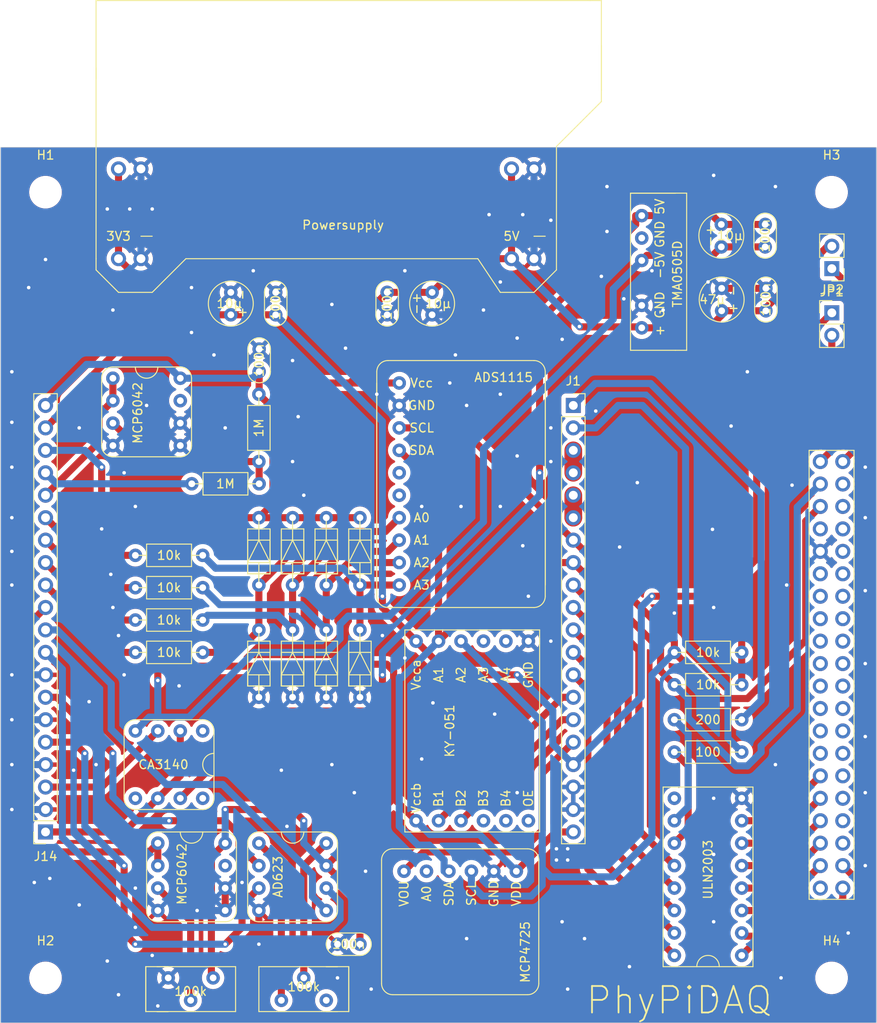
<source format=kicad_pcb>
(kicad_pcb (version 20241229) (generator "pcbnew") (generator_version "9.0")
  (layers (0 "F.Cu" signal) (2 "B.Cu" signal) (13 "F.Paste" user) (15 "B.Paste" user) (5 "F.SilkS" user "F.Silkscreen") (7 "B.SilkS" user "B.Silkscreen") (1 "F.Mask" user) (3 "B.Mask" user) (25 "Edge.Cuts" user))
  (net 0 "")
  (net 1 "Net-(U4-V+)")
  (net 2 "-5V")
  (net 3 "SCL_3.3")
  (net 4 "SDA_3.3")
  (net 5 "Net-(D1-K)")
  (net 6 "Net-(D3-K)")
  (net 7 "Net-(D5-K)")
  (net 8 "Net-(D7-K)")
  (net 9 "LED1")
  (net 10 "LED2")
  (net 11 "StromSpannungsSensor_IN_-")
  (net 12 "StromSpannungsSensor_IN_+")
  (net 13 "DOUT_2")
  (net 14 "DOUT_3")
  (net 15 "Net-(R1-Pad2)")
  (net 16 "Net-(R3-Pad2)")
  (net 17 "Net-(R3-Pad1)")
  (net 18 "Net-(RV1-Pad2)")
  (net 19 "DigitalAnalogWandler_out")
  (net 20 "DIN_IN_1")
  (net 21 "DIN_IN_2")
  (net 22 "SDA_5")
  (net 23 "SCL_5")
  (net 24 "Elektrometer_OUT")
  (net 25 "Elektrometer_IN_+")
  (net 26 "Pegelwandler_OUT")
  (net 27 "Pegelwandler_IN_+")
  (net 28 "Instrumentenverstaerker_IN_+")
  (net 29 "Instrumentenverstaerker_IN_-")
  (net 30 "Instrumentenverstaerker_OUT")
  (net 31 "Instrumentenverstaerker_Ref")
  (net 32 "Referenzspannung_OUT")
  (net 33 "A0")
  (net 34 "A1")
  (net 35 "A2")
  (net 36 "A3")
  (net 37 "DOUT_1")
  (net 38 "Net-(J26-Pin_2)")
  (net 39 "Net-(J26-Pin_1)")
  (net 63 "Net-(J26-Pin_29)")
  (net 65 "Net-(J26-Pin_31)")
  (net 67 "Net-(J26-Pin_33)")
  (net 69 "Net-(J26-Pin_35)")
  (net 71 "Net-(J26-Pin_37)")
  (net 72 "Net-(J26-Pin_38)")
  (net 74 "Net-(J26-Pin_40)")
  (net 75 "Net-(U11-O6)")
  (net 76 "Net-(U11-O7)")
  (net 77 "Net-(U3-Pad4)")
  (net 90 "GND")
  (net 91 "+5V")
  (net 92 "+3.3V")
  (footprint "Connector_PinSocket_2.54mm:PinSocket_1x20_P2.54mm_Vertical" (layer "F.Cu") (at 175.26 93.98)
    (property "Reference" "J1")
    (property "Value" "Conn_01x20_Socket")
  )
  (footprint "LibraryPhyPiDAQ:ADS1115" (layer "F.Cu") (at 159.385 88.9)
    (property "Reference" "U8" (hide yes))
    (property "Value" "ADS1115")
  )
  (footprint "MountingHole:MountingHole_3.2mm_M3" (layer "F.Cu") (at 115.57 158.75)
    (property "Reference" "H2")
    (property "Value" "MountingHole")
  )
  (footprint "LibraryPhyPiDAQ:powersupply" (layer "F.Cu") (at 163.195 81.185 180)
    (property "Reference" "U31" (hide yes))
    (property "Value" "Powersupply")
  )
  (footprint "LibraryPhyPiDAQ:kerko" (layer "F.Cu") (at 139.065 82.455 90)
    (property "Reference" "C7" (hide yes))
    (property "Value" "100n")
  )
  (footprint "MountingHole:MountingHole_3.2mm_M3" (layer "F.Cu") (at 204.47 69.85)
    (property "Reference" "H3")
    (property "Value" "MountingHole")
  )
  (footprint "LibraryPhyPiDAQ:Resistor" (layer "F.Cu") (at 194.31 121.92 180)
    (property "Reference" "R9" (hide yes))
    (property "Value" "10k")
  )
  (footprint "LibraryPhyPiDAQ:Resistor" (layer "F.Cu") (at 194.31 133.2 180)
    (property "Reference" "R10" (hide yes))
    (property "Value" "100")
  )
  (footprint "LibraryPhyPiDAQ:kerko" (layer "F.Cu") (at 149.86 157.48 180)
    (property "Reference" "C11" (hide yes))
    (property "Value" "100n")
  )
  (footprint "LibraryPhyPiDAQ:MCP6042" (layer "F.Cu") (at 132.08 140.97)
    (property "Reference" "U7" (hide yes))
    (property "Value" "MCP6042")
  )
  (footprint "MountingHole:MountingHole_3.2mm_M3" (layer "F.Cu") (at 204.47 158.75)
    (property "Reference" "H4")
    (property "Value" "MountingHole")
  )
  (footprint "LibraryPhyPiDAQ:Diode" (layer "F.Cu") (at 148.59 123.19 90)
    (property "Reference" "D8" (hide yes))
    (property "Value" "DIODE_small" (hide yes))
  )
  (footprint "LibraryPhyPiDAQ:Resistor" (layer "F.Cu") (at 139.73 102.845 180)
    (property "Reference" "R2" (hide yes))
    (property "Value" "1M")
  )
  (footprint "LibraryPhyPiDAQ:Diode" (layer "F.Cu") (at 137.16 123.19 90)
    (property "Reference" "D2" (hide yes))
    (property "Value" "DIODE_small" (hide yes))
  )
  (footprint "LibraryPhyPiDAQ:MCP6042" (layer "F.Cu") (at 127 88.36)
    (property "Reference" "U1" (hide yes))
    (property "Value" "MCP6042")
  )
  (footprint "LibraryPhyPiDAQ:Resistor" (layer "F.Cu") (at 133.35 110.94 180)
    (property "Reference" "R7" (hide yes))
    (property "Value" "10k")
  )
  (footprint "LibraryPhyPiDAQ:Resistor" (layer "F.Cu") (at 139.7 92.71 -90)
    (property "Reference" "R1" (hide yes))
    (property "Value" "1M")
  )
  (footprint "LibraryPhyPiDAQ:AD623" (layer "F.Cu") (at 142.24 140.97)
    (property "Reference" "U5" (hide yes))
    (property "Value" "AD623")
  )
  (footprint "LibraryPhyPiDAQ:Poti" (layer "F.Cu") (at 137.065 158.75 -90)
    (property "Reference" "RV1" (hide yes))
    (property "Value" "100k")
  )
  (footprint "LibraryPhyPiDAQ:Diode" (layer "F.Cu") (at 144.78 123.19 90)
    (property "Reference" "D6" (hide yes))
    (property "Value" "DIODE_small" (hide yes))
  )
  (footprint "LibraryPhyPiDAQ:Resistor" (layer "F.Cu") (at 194.31 129.54 180)
    (property "Reference" "R11" (hide yes))
    (property "Value" "200")
  )
  (footprint "LibraryPhyPiDAQ:Resistor" (layer "F.Cu") (at 194.31 125.58 180)
    (property "Reference" "R8" (hide yes))
    (property "Value" "10k")
  )
  (footprint "Connector_PinHeader_2.54mm:PinHeader_1x02_P2.54mm_Vertical" (layer "F.Cu") (at 204.5 83.5)
    (property "Reference" "JP1")
    (property "Value" "+3.3V")
  )
  (footprint "LibraryPhyPiDAQ:TMA0505D" (layer "F.Cu") (at 180.46 80.12 90)
    (property "Reference" "U3" (hide yes))
    (property "Value" "TMA0505D")
  )
  (footprint "LibraryPhyPiDAQ:Diode" (layer "F.Cu") (at 140.97 123.19 90)
    (property "Reference" "D4" (hide yes))
    (property "Value" "DIODE_small" (hide yes))
  )
  (footprint "LibraryPhyPiDAQ:ULN2003" (layer "F.Cu") (at 189.23 160.02 180)
    (property "Reference" "U11" (hide yes))
    (property "Value" "ULN2003")
  )
  (footprint "LibraryPhyPiDAQ:kerko" (layer "F.Cu") (at 137.19 88.875 90)
    (property "Reference" "C2" (hide yes))
    (property "Value" "100n")
  )
  (footprint "LibraryPhyPiDAQ:40pin" (layer "F.Cu") (at 205.74 97.79)
    (property "Reference" "J26" (hide yes))
    (property "Value" "Conn_02x20_Odd_Even" (hide yes))
  )
  (footprint "LibraryPhyPiDAQ:elko" (layer "F.Cu") (at 133.985 82.455 90)
    (property "Reference" "C5" (hide yes))
    (property "Value" "10µ")
  )
  (footprint "LibraryPhyPiDAQ:kerko" (layer "F.Cu") (at 199.5 74.77 -90)
    (property "Reference" "C9" (hide yes))
    (property "Value" "100n")
  )
  (footprint "Connector_PinSocket_2.54mm:PinSocket_1x20_P2.54mm_Vertical" (layer "F.Cu") (at 115.57 142.24 180)
    (property "Reference" "J14")
    (property "Value" "Conn_01x20_Socket")
  )
  (footprint "LibraryPhyPiDAQ:Diode" (layer "F.Cu") (at 148.59 110.49 90)
    (property "Reference" "D7" (hide yes))
    (property "Value" "DIODE_small" (hide yes))
  )
  (footprint "LibraryPhyPiDAQ:KY-051" (layer "F.Cu") (at 160.02 135.89 90)
    (property "Reference" "U10" (hide yes))
    (property "Value" "KY-051")
  )
  (footprint "LibraryPhyPiDAQ:Resistor" (layer "F.Cu") (at 133.35 118.26 180)
    (property "Reference" "R5" (hide yes))
    (property "Value" "10k")
  )
  (footprint "LibraryPhyPiDAQ:elko" (layer "F.Cu") (at 194.54 74.77 -90)
    (property "Reference" "C10" (hide yes))
    (property "Value" "10µ")
  )
  (footprint "LibraryPhyPiDAQ:Resistor" (layer "F.Cu") (at 133.35 121.92 180)
    (property "Reference" "R4" (hide yes))
    (property "Value" "10k")
  )
  (footprint "Connector_PinHeader_2.54mm:PinHeader_1x02_P2.54mm_Vertical" (layer "F.Cu") (at 204.5 78.5 180)
    (property "Reference" "JP2")
    (property "Value" "+5V")
  )
  (footprint "LibraryPhyPiDAQ:MCP4725" (layer "F.Cu") (at 171.355 150.495 -90)
    (property "Reference" "U9" (hide yes))
    (property "Value" "MCP4725")
  )
  (footprint "LibraryPhyPiDAQ:Resistor" (layer "F.Cu") (at 133.35 114.6 180)
    (property "Reference" "R6" (hide yes))
    (property "Value" "10k")
  )
  (footprint "MountingHole:MountingHole_3.2mm_M3" (layer "F.Cu") (at 115.57 69.85)
    (property "Reference" "H1")
    (property "Value" "MountingHole")
  )
  (footprint "LibraryPhyPiDAQ:kerko" (layer "F.Cu") (at 194.5 82 90)
    (property "Reference" "C1" (hide yes))
    (property "Value" "100n")
  )
  (footprint "LibraryPhyPiDAQ:elko" (layer "F.Cu") (at 161.83 82.455 -90)
    (property "Reference" "C6" (hide yes))
    (property "Value" "10µ")
  )
  (footprint "LibraryPhyPiDAQ:Diode" (layer "F.Cu") (at 140.97 110.49 90)
    (property "Reference" "D3" (hide yes))
    (property "Value" "DIODE_small" (hide yes))
  )
  (footprint "LibraryPhyPiDAQ:Poti" (layer "F.Cu") (at 139.7 161.29 90)
    (property "Reference" "R3" (hide yes))
    (property "Value" "100k")
  )
  (footprint "LibraryPhyPiDAQ:elko" (layer "F.Cu") (at 189.5 82 90)
    (property "Reference" "C3" (hide yes))
    (property "Value" "47µ")
  )
  (footprint "LibraryPhyPiDAQ:Diode" (layer "F.Cu") (at 144.78 110.49 90)
    (property "Reference" "D5" (hide yes))
    (property "Value" "DIODE_small" (hide yes))
  )
  (footprint "LibraryPhyPiDAQ:Diode" (layer "F.Cu") (at 137.16 110.49 90)
    (property "Reference" "D1" (hide yes))
    (property "Value" "DIODE_small" (hide yes))
  )
  (footprint "LibraryPhyPiDAQ:CA3140" (layer "F.Cu") (at 135.89 134.62 -90)
    (property "Reference" "U4" (hide yes))
    (property "Value" "CA3140")
  )
  (footprint "LibraryPhyPiDAQ:kerko" (layer "F.Cu") (at 156.75 82.455 -90)
    (property "Reference" "C8" (hide yes))
    (property "Value" "100n")
  )
  (gr_line (start 209.55 64.77) (end 209.55 163.83) (stroke (width 0.05)) (layer "Edge.Cuts"))
  (gr_line (start 209.55 163.83) (end 110.49 163.83) (stroke (width 0.05)) (layer "Edge.Cuts"))
  (gr_line (start 110.49 163.83) (end 110.49 64.77) (stroke (width 0.05)) (layer "Edge.Cuts"))
  (gr_line (start 110.49 64.77) (end 209.55 64.77) (stroke (width 0.05)) (layer "Edge.Cuts"))
  (gr_text "PhyPiDAQ" (at 176.53 161.29 0) (layer "F.SilkS") (effects (font (size 3 3) (thickness 0.2) (bold yes)) (justify left)))
  (segment (start 152.108 128.562) (end 140.678 128.562) (width 0.8) (layer "F.Cu") (net 1))
  (segment (start 140.678 128.562) (end 130.81 138.43) (width 0.8) (layer "F.Cu") (net 1))
  (segment (start 171.45 84.379584) (end 182.314 73.515584) (width 0.8) (layer "F.Cu") (net 1))
  (segment (start 153.67 127) (end 152.108 128.562) (width 0.8) (layer "F.Cu") (net 1))
  (segment (start 182.314 73.515584) (end 182.314 72.5) (width 0.8) (layer "F.Cu") (net 1))
  (segment (start 171.45 101.6) (end 171.45 84.379584) (width 0.8) (layer "F.Cu") (net 1))
  (segment (start 191 72.5) (end 192 73.5) (width 0.8) (layer "F.Cu") (net 1))
  (segment (start 153.67 124.46) (end 153.67 127) (width 0.8) (layer "F.Cu") (net 1))
  (segment (start 192 73.5) (end 196.96 73.5) (width 0.8) (layer "F.Cu") (net 1))
  (segment (start 183 72.5) (end 191 72.5) (width 0.8) (layer "F.Cu") (net 1))
  (via (at 153.67 124.46) (size 0.8) (drill 0.4) (layers "F.Cu" "B.Cu") (net 1))
  (via (at 171.45 101.6) (size 0.8) (drill 0.4) (layers "F.Cu" "B.Cu") (net 1))
  (segment (start 153.67 124.46) (end 153.67 121.92) (width 0.8) (layer "B.Cu") (net 1))
  (segment (start 171.45 104.14) (end 171.45 101.6) (width 0.8) (layer "B.Cu") (net 1))
  (segment (start 153.67 121.92) (end 171.45 104.14) (width 0.8) (layer "B.Cu") (net 1))
  (segment (start 183 77.58) (end 183.58 77) (width 0.8) (layer "F.Cu") (net 2))
  (segment (start 128.27 111.125) (end 128.27 125.095) (width 0.8) (layer "F.Cu") (net 2))
  (segment (start 121.92 104.775) (end 128.27 111.125) (width 0.8) (layer "F.Cu") (net 2))
  (segment (start 192 76.04) (end 196.96 76.04) (width 0.8) (layer "F.Cu") (net 2))
  (segment (start 191.04 77) (end 192 76.04) (width 0.8) (layer "F.Cu") (net 2))
  (segment (start 183.58 77) (end 191.04 77) (width 0.8) (layer "F.Cu") (net 2))
  (segment (start 121.92 100.965) (end 121.92 104.775) (width 0.8) (layer "F.Cu") (net 2))
  (via (at 121.92 100.965) (size 0.8) (drill 0.4) (layers "F.Cu" "B.Cu") (net 2))
  (via (at 128.27 125.095) (size 0.8) (drill 0.4) (layers "F.Cu" "B.Cu") (net 2))
  (segment (start 127.292 129.248) (end 128.27 129.248) (width 0.8) (layer "B.Cu") (net 2))
  (segment (start 148.882 118.739774) (end 149.803774 117.818) (width 0.8) (layer "B.Cu") (net 2))
  (segment (start 179.774 84.226) (end 179.774 80.806) (width 0.8) (layer "B.Cu") (net 2))
  (segment (start 148.882 120.358) (end 148.882 118.739774) (width 0.8) (layer "B.Cu") (net 2))
  (segment (start 125.73 130.81) (end 127.292 129.248) (width 0.8) (layer "B.Cu") (net 2))
  (segment (start 149.803774 117.818) (end 154.428113 117.818) (width 0.8) (layer "B.Cu") (net 2))
  (segment (start 131.788 129.248) (end 139.116 121.92) (width 0.8) (layer "B.Cu") (net 2))
  (segment (start 165.1 107.146113) (end 165.1 98.9) (width 0.8) (layer "B.Cu") (net 2))
  (segment (start 179.774 80.806) (end 183 77.58) (width 0.8) (layer "B.Cu") (net 2))
  (segment (start 147.32 121.92) (end 148.882 120.358) (width 0.8) (layer "B.Cu") (net 2))
  (segment (start 165.1 98.9) (end 179.774 84.226) (width 0.8) (layer "B.Cu") (net 2))
  (segment (start 120.015 99.06) (end 121.92 100.965) (width 0.8) (layer "B.Cu") (net 2))
  (segment (start 154.428113 117.818) (end 165.1 107.146113) (width 0.8) (layer "B.Cu") (net 2))
  (segment (start 128.27 129.248) (end 131.788 129.248) (width 0.8) (layer "B.Cu") (net 2))
  (segment (start 115.57 99.06) (end 120.015 99.06) (width 0.8) (layer "B.Cu") (net 2))
  (segment (start 128.27 125.095) (end 128.27 129.248) (width 0.8) (layer "B.Cu") (net 2))
  (segment (start 139.116 121.92) (end 147.32 121.92) (width 0.8) (layer "B.Cu") (net 2))
  (segment (start 201.549 107.061) (end 203.2 105.41) (width 0.8) (layer "F.Cu") (net 3))
  (segment (start 186.69 120.65) (end 186.69 121.92) (width 0.8) (layer "F.Cu") (net 3))
  (segment (start 186.69 121.92) (end 191.913 127.143) (width 0.8) (layer "F.Cu") (net 3))
  (segment (start 194.957416 127.143) (end 201.549 120.551416) (width 0.8) (layer "F.Cu") (net 3))
  (segment (start 155.575 96.52) (end 162.56 96.52) (width 0.8) (layer "F.Cu") (net 3))
  (segment (start 201.549 120.551416) (end 201.549 107.061) (width 0.8) (layer "F.Cu") (net 3))
  (segment (start 191.913 127.143) (end 194.957416 127.143) (width 0.8) (layer "F.Cu") (net 3))
  (segment (start 162.56 96.52) (end 175.26 109.22) (width 0.8) (layer "F.Cu") (net 3))
  (segment (start 175.26 109.22) (end 186.69 120.65) (width 0.8) (layer "F.Cu") (net 3))
  (segment (start 172.72 147.32) (end 179.705 147.32) (width 0.8) (layer "B.Cu") (net 3))
  (segment (start 170.5 149.5) (end 165 149.5) (width 0.8) (layer "B.Cu") (net 3))
  (segment (start 171.742 148.258) (end 170.5 149.5) (width 0.8) (layer "B.Cu") (net 3))
  (segment (start 179.705 147.32) (end 184.15 142.875) (width 0.8) (layer "B.Cu") (net 3))
  (segment (start 163.735 148.235) (end 163.735 146.685) (width 0.8) (layer "B.Cu") (net 3))
  (segment (start 171.742 129.832) (end 171.742 148.258) (width 0.8) (layer "B.Cu") (net 3))
  (segment (start 184.15 142.875) (end 184.15 124.46) (width 0.8) (layer "B.Cu") (net 3))
  (segment (start 162.56 120.65) (end 171.742 129.832) (width 0.8) (layer "B.Cu") (net 3))
  (segment (start 171.742 146.342) (end 172.72 147.32) (width 0.8) (layer "B.Cu") (net 3))
  (segment (start 184.15 124.46) (end 186.69 121.92) (width 0.8) (layer "B.Cu") (net 3))
  (segment (start 165 149.5) (end 163.735 148.235) (width 0.8) (layer "B.Cu") (net 3))
  (segment (start 171.742 129.832) (end 171.742 146.342) (width 0.8) (layer "B.Cu") (net 3))
  (segment (start 185.128 124.018) (end 186.69 125.58) (width 0.8) (layer "F.Cu") (net 4))
  (segment (start 155.575 99.06) (end 160.02 103.505) (width 0.8) (layer "F.Cu") (net 4))
  (segment (start 168.91 111.76) (end 175.26 111.76) (width 0.8) (layer "F.Cu") (net 4))
  (segment (start 160.02 120.65) (end 168.91 111.76) (width 0.8) (layer "F.Cu") (net 4))
  (segment (start 175.26 111.76) (end 185.128 121.628) (width 0.8) (layer "F.Cu") (net 4))
  (segment (start 185.128 121.628) (end 185.128 124.018) (width 0.8) (layer "F.Cu") (net 4))
  (segment (start 160.02 103.505) (end 160.02 120.65) (width 0.8) (layer "F.Cu") (net 4))
  (segment (start 160.992774 146.685) (end 161.195 146.685) (width 0.8) (layer "B.Cu") (net 4))
  (segment (start 188.253 127.143) (end 186.69 125.58) (width 0.8) (layer "B.Cu") (net 4))
  (segment (start 160.649774 145.409774) (end 160.649774 146.685) (width 0.8) (layer "B.Cu") (net 4))
  (segment (start 196.5 133.220416) (end 194.957416 134.763) (width 0.8) (layer "B.Cu") (net 4))
  (segment (start 158.972 143.732) (end 160.649774 145.409774) (width 0.8) (layer "B.Cu") (net 4))
  (segment (start 200.591 105.479) (end 200.591 128.409) (width 0.8) (layer "B.Cu") (net 4))
  (segment (start 188.253 129.353416) (end 188.253 127.143) (width 0.8) (layer "B.Cu") (net 4))
  (segment (start 160.02 120.65) (end 155.918 124.752) (width 0.8) (layer "B.Cu") (net 4))
  (segment (start 155.575 124.752) (end 155.575 141.605) (width 0.8) (layer "B.Cu") (net 4))
  (segment (start 155.575 141.605) (end 157.702 143.732) (width 0.8) (layer "B.Cu") (net 4))
  (segment (start 157.702 143.732) (end 158.972 143.732) (width 0.8) (layer "B.Cu") (net 4))
  (segment (start 203.2 102.87) (end 200.591 105.479) (width 0.8) (layer "B.Cu") (net 4))
  (segment (start 194.957416 134.763) (end 193.662584 134.763) (width 0.8) (layer "B.Cu") (net 4))
  (segment (start 193.662584 134.763) (end 188.253 129.353416) (width 0.8) (layer "B.Cu") (net 4))
  (segment (start 200.591 128.409) (end 196.5 132.5) (width 0.8) (layer "B.Cu") (net 4))
  (segment (start 196.5 132.5) (end 196.5 133.220416) (width 0.8) (layer "B.Cu") (net 4))
  (segment (start 145.758 108.242) (end 139.7 114.3) (width 0.8) (layer "F.Cu") (net 5))
  (segment (start 154.013 108.242) (end 145.758 108.242) (width 0.8) (layer "F.Cu") (net 5))
  (segment (start 133.35 121.92) (end 137.16 121.92) (width 0.8) (layer "F.Cu") (net 5))
  (segment (start 137.16 121.92) (end 139.7 119.38) (width 0.8) (layer "F.Cu") (net 5))
  (segment (start 155.575 106.68) (end 154.013 108.242) (width 0.8) (layer "F.Cu") (net 5))
  (segment (start 139.7 114.3) (end 139.7 119.38) (width 0.8) (layer "F.Cu") (net 5))
  (segment (start 154.305 110.49) (end 147.32 110.49) (width 0.8) (layer "F.Cu") (net 6))
  (segment (start 143.51 114.3) (end 143.51 119.38) (width 0.8) (layer "F.Cu") (net 6))
  (segment (start 147.32 110.49) (end 143.51 114.3) (width 0.8) (layer "F.Cu") (net 6))
  (segment (start 155.575 109.22) (end 154.305 110.49) (width 0.8) (layer "F.Cu") (net 6))
  (segment (start 133.35 118.26) (end 133.885428 117.724572) (width 0.8) (layer "B.Cu") (net 6))
  (segment (start 133.885428 117.724572) (end 141.854572 117.724572) (width 0.8) (layer "B.Cu") (net 6))
  (segment (start 141.854572 117.724572) (end 143.51 119.38) (width 0.8) (layer "B.Cu") (net 6))
  (segment (start 155.575 111.76) (end 149.86 111.76) (width 0.8) (layer "F.Cu") (net 7))
  (segment (start 149.86 111.76) (end 147.32 114.3) (width 0.8) (layer "F.Cu") (net 7))
  (segment (start 147.32 114.3) (end 147.32 119.38) (width 0.8) (layer "F.Cu") (net 7))
  (segment (start 135.274572 116.524572) (end 144.464572 116.524572) (width 0.8) (layer "B.Cu") (net 7))
  (segment (start 144.464572 116.524572) (end 147.32 119.38) (width 0.8) (layer "B.Cu") (net 7))
  (segment (start 133.35 114.6) (end 135.274572 116.524572) (width 0.8) (layer "B.Cu") (net 7))
  (segment (start 151.13 114.3) (end 151.13 119.38) (width 0.8) (layer "F.Cu") (net 8))
  (segment (start 151.13 114.3) (end 155.575 114.3) (width 0.8) (layer "F.Cu") (net 8))
  (segment (start 149.225 112.395) (end 151.13 114.3) (width 0.8) (layer "B.Cu") (net 8))
  (segment (start 133.35 110.94) (end 134.805 112.395) (width 0.8) (layer "B.Cu") (net 8))
  (segment (start 134.805 112.395) (end 149.225 112.395) (width 0.8) (layer "B.Cu") (net 8))
  (segment (start 177.74 91.5) (end 184 91.5) (width 0.8) (layer "B.Cu") (net 9))
  (segment (start 196.5 127.35) (end 194.31 129.54) (width 0.8) (layer "B.Cu") (net 9))
  (segment (start 175.26 93.98) (end 177.74 91.5) (width 0.8) (layer "B.Cu") (net 9))
  (segment (start 184 91.5) (end 196.5 104) (width 0.8) (layer "B.Cu") (net 9))
  (segment (start 196.5 104) (end 196.5 127.35) (width 0.8) (layer "B.Cu") (net 9))
  (segment (start 180.34 93.98) (end 183.082226 93.98) (width 0.8) (layer "B.Cu") (net 10))
  (segment (start 183.082226 93.98) (end 187.96 98.857774) (width 0.8) (layer "B.Cu") (net 10))
  (segment (start 192.748 131.638) (end 194.31 133.2) (width 0.8) (layer "B.Cu") (net 10))
  (segment (start 187.96 98.857774) (end 187.96 120.987774) (width 0.8) (layer "B.Cu") (net 10))
  (segment (start 192.748 125.775774) (end 192.748 131.638) (width 0.8) (layer "B.Cu") (net 10))
  (segment (start 187.96 120.987774) (end 192.748 125.775774) (width 0.8) (layer "B.Cu") (net 10))
  (segment (start 175.26 96.52) (end 177.8 96.52) (width 0.8) (layer "B.Cu") (net 10))
  (segment (start 177.8 96.52) (end 180.34 93.98) (width 0.8) (layer "B.Cu") (net 10))
  (segment (start 175.26 101.6) (end 175.26 99.06) (width 2) (layer "F.Cu") (net 11))
  (segment (start 175.26 106.674416) (end 175.262792 106.677208) (width 2) (layer "F.Cu") (net 12))
  (segment (start 175.26 104.14) (end 175.26 106.674416) (width 2) (layer "F.Cu") (net 12))
  (segment (start 186.69 148.59) (end 181.47 143.37) (width 0.8) (layer "F.Cu") (net 13))
  (segment (start 181.47 143.37) (end 181.47 123.05) (width 0.8) (layer "F.Cu") (net 13))
  (segment (start 181.47 123.05) (end 175.26 116.84) (width 0.8) (layer "F.Cu") (net 13))
  (segment (start 186.69 151.13) (end 180.27 144.71) (width 0.8) (layer "F.Cu") (net 14))
  (segment (start 180.27 144.71) (end 180.27 124.39) (width 0.8) (layer "F.Cu") (net 14))
  (segment (start 180.27 124.39) (end 175.26 119.38) (width 0.8) (layer "F.Cu") (net 14))
  (segment (start 127.54 100.33) (end 139.7 100.33) (width 0.8) (layer "F.Cu") (net 15))
  (segment (start 139.73 102.845) (end 139.73 100.36) (width 0.8) (layer "F.Cu") (net 15))
  (segment (start 123.19 95.98) (end 127.54 100.33) (width 0.8) (layer "F.Cu") (net 15))
  (segment (start 139.73 100.36) (end 139.7 100.33) (width 0.8) (layer "F.Cu") (net 15))
  (segment (start 144.78 158.75) (end 144.78 146.05) (width 0.8) (layer "F.Cu") (net 16))
  (segment (start 144.78 146.05) (end 147.32 143.51) (width 0.8) (layer "F.Cu") (net 16))
  (segment (start 142.24 161.29) (end 142.24 146.05) (width 0.8) (layer "F.Cu") (net 17))
  (segment (start 142.24 146.05) (end 139.7 143.51) (width 0.8) (layer "F.Cu") (net 17))
  (segment (start 131.985 152.305) (end 128.27 148.59) (width 0.8) (layer "F.Cu") (net 18))
  (segment (start 131.985 161.29) (end 131.985 152.305) (width 0.8) (layer "F.Cu") (net 18))
  (segment (start 171.742 135.598) (end 175.26 132.08) (width 0.8) (layer "F.Cu") (net 19))
  (segment (start 158.3 144.5) (end 169.302944 144.5) (width 0.8) (layer "F.Cu") (net 19))
  (segment (start 156.115 146.685) (end 158.3 144.5) (width 0.8) (layer "F.Cu") (net 19))
  (segment (start 169.302944 144.5) (end 171.742 142.060944) (width 0.8) (layer "F.Cu") (net 19))
  (segment (start 171.742 142.060944) (end 171.742 135.598) (width 0.8) (layer "F.Cu") (net 19))
  (segment (start 179.07 125.73) (end 179.07 146.05) (width 0.8) (layer "F.Cu") (net 20))
  (segment (start 175.26 121.92) (end 179.07 125.73) (width 0.8) (layer "F.Cu") (net 20))
  (segment (start 179.07 146.05) (end 186.69 153.67) (width 0.8) (layer "F.Cu") (net 20))
  (segment (start 176.91 146.43) (end 176.91 126.11) (width 0.8) (layer "F.Cu") (net 21))
  (segment (start 186.69 156.21) (end 176.91 146.43) (width 0.8) (layer "F.Cu") (net 21))
  (segment (start 176.91 126.11) (end 175.26 124.46) (width 0.8) (layer "F.Cu") (net 21))
  (segment (start 160.02 140.97) (end 173.99 127) (width 0.8) (layer "F.Cu") (net 22))
  (segment (start 173.99 127) (end 175.26 127) (width 0.8) (layer "F.Cu") (net 22))
  (segment (start 162.56 140.97) (end 173.99 129.54) (width 0.8) (layer "F.Cu") (net 23))
  (segment (start 173.99 129.54) (end 175.26 129.54) (width 0.8) (layer "F.Cu") (net 23))
  (segment (start 130.81 130.81) (end 130.81 135.89) (width 0.8) (layer "F.Cu") (net 24))
  (segment (start 124.46 142.24) (end 128.27 138.43) (width 0.8) (layer "F.Cu") (net 24))
  (segment (start 130.81 135.89) (end 128.27 138.43) (width 0.8) (layer "F.Cu") (net 24))
  (segment (start 115.57 142.24) (end 124.46 142.24) (width 0.8) (layer "F.Cu") (net 24))
  (segment (start 121.92 137.16) (end 128.27 130.81) (width 0.8) (layer "F.Cu") (net 25))
  (segment (start 115.57 137.16) (end 121.92 137.16) (width 0.8) (layer "F.Cu") (net 25))
  (segment (start 123.19 93.44) (end 121.628 95.002) (width 0.8) (layer "F.Cu") (net 26))
  (segment (start 123.19 93.44) (end 123.19 90.9) (width 0.8) (layer "F.Cu") (net 26))
  (segment (start 121.628 95.002) (end 121.628 98.082) (width 0.8) (layer "F.Cu") (net 26))
  (segment (start 121.628 98.082) (end 115.57 104.14) (width 0.8) (layer "F.Cu") (net 26))
  (segment (start 116.815 102.845) (end 115.57 101.6) (width 0.8) (layer "B.Cu") (net 27))
  (segment (start 132.11 102.845) (end 116.815 102.845) (width 0.8) (layer "B.Cu") (net 27))
  (segment (start 135.89 154.94) (end 137.795 153.035) (width 0.8) (layer "F.Cu") (net 28))
  (segment (start 118.745 132.08) (end 115.57 132.08) (width 0.8) (layer "F.Cu") (net 28))
  (segment (start 124.46 153.67) (end 125.73 154.94) (width 0.8) (layer "F.Cu") (net 28))
  (segment (start 120.015 133.35) (end 118.745 132.08) (width 0.8) (layer "F.Cu") (net 28))
  (segment (start 137.795 153.035) (end 137.795 150.495) (width 0.8) (layer "F.Cu") (net 28))
  (segment (start 124.46 146.05) (end 124.46 153.67) (width 0.8) (layer "F.Cu") (net 28))
  (segment (start 137.795 150.495) (end 139.7 148.59) (width 0.8) (layer "F.Cu") (net 28))
  (via (at 120.015 133.35) (size 0.8) (drill 0.4) (layers "F.Cu" "B.Cu") (net 28))
  (via (at 124.46 146.05) (size 0.8) (drill 0.4) (layers "F.Cu" "B.Cu") (net 28))
  (via (at 135.89 154.94) (size 0.8) (drill 0.4) (layers "F.Cu" "B.Cu") (net 28))
  (via (at 125.73 154.94) (size 0.8) (drill 0.4) (layers "F.Cu" "B.Cu") (net 28))
  (segment (start 120.015 141.605) (end 124.46 146.05) (width 0.8) (layer "B.Cu") (net 28))
  (segment (start 120.015 133.35) (end 120.015 141.605) (width 0.8) (layer "B.Cu") (net 28))
  (segment (start 125.73 154.94) (end 135.89 154.94) (width 0.8) (layer "B.Cu") (net 28))
  (segment (start 135.89 140.97) (end 129.54 140.97) (width 0.8) (layer "F.Cu") (net 29))
  (segment (start 137.452 143.802) (end 137.452 142.532) (width 0.8) (layer "F.Cu") (net 29))
  (segment (start 116.84 127) (end 115.57 127) (width 0.8) (layer "F.Cu") (net 29))
  (segment (start 137.452 142.532) (end 135.89 140.97) (width 0.8) (layer "F.Cu") (net 29))
  (segment (start 139.7 146.05) (end 137.452 143.802) (width 0.8) (layer "F.Cu") (net 29))
  (segment (start 123.19 133.35) (end 116.84 127) (width 0.8) (layer "F.Cu") (net 29))
  (via (at 123.19 133.35) (size 0.8) (drill 0.4) (layers "F.Cu" "B.Cu") (net 29))
  (via (at 129.54 140.97) (size 0.8) (drill 0.4) (layers "F.Cu" "B.Cu") (net 29))
  (segment (start 123.19 138.261113) (end 123.19 133.35) (width 0.8) (layer "B.Cu") (net 29))
  (segment (start 125.898887 140.97) (end 123.19 138.261113) (width 0.8) (layer "B.Cu") (net 29))
  (segment (start 129.54 140.97) (end 125.898887 140.97) (width 0.8) (layer "B.Cu") (net 29))
  (segment (start 148.882 150.152) (end 147.32 148.59) (width 0.8) (layer "B.Cu") (net 30))
  (segment (start 127.635 153.035) (end 147.955 153.035) (width 0.8) (layer "B.Cu") (net 30))
  (segment (start 147.955 153.035) (end 148.882 152.108) (width 0.8) (layer "B.Cu") (net 30))
  (segment (start 148.882 152.108) (end 148.882 150.152) (width 0.8) (layer "B.Cu") (net 30))
  (segment (start 115.57 121.92) (end 117.475 123.825) (width 0.8) (layer "B.Cu") (net 30))
  (segment (start 117.475 142.875) (end 127.635 153.035) (width 0.8) (layer "B.Cu") (net 30))
  (segment (start 117.475 123.825) (end 117.475 142.875) (width 0.8) (layer "B.Cu") (net 30))
  (segment (start 145.758 147.028) (end 145.758 149.568) (width 0.8) (layer "B.Cu") (net 31))
  (segment (start 115.57 119.38) (end 116.88 119.38) (width 0.8) (layer "B.Cu") (net 31))
  (segment (start 135.598 136.868) (end 145.758 147.028) (width 0.8) (layer "B.Cu") (net 31))
  (segment (start 129.248 136.868) (end 135.598 136.868) (width 0.8) (layer "B.Cu") (net 31))
  (segment (start 123 130.62) (end 123 125.5) (width 0.8) (layer "B.Cu") (net 31))
  (segment (start 123 130.62) (end 129.248 136.868) (width 0.8) (layer "B.Cu") (net 31))
  (segment (start 116.88 119.38) (end 123 125.5) (width 0.8) (layer "B.Cu") (net 31))
  (segment (start 145.758 149.568) (end 147.32 151.13) (width 0.8) (layer "B.Cu") (net 31))
  (segment (start 128.27 146.05) (end 128.27 143.51) (width 0.8) (layer "F.Cu") (net 32))
  (segment (start 113 119.41) (end 115.57 116.84) (width 0.8) (layer "F.Cu") (net 32))
  (segment (start 114 144.5) (end 113 143.5) (width 0.8) (layer "F.Cu") (net 32))
  (segment (start 113 143.5) (end 113 119.41) (width 0.8) (layer "F.Cu") (net 32))
  (segment (start 128.27 143.51) (end 127.28 144.5) (width 0.8) (layer "F.Cu") (net 32))
  (segment (start 127.28 144.5) (end 114 144.5) (width 0.8) (layer "F.Cu") (net 32))
  (segment (start 125.73 121.92) (end 123.19 121.92) (width 0.8) (layer "F.Cu") (net 33))
  (segment (start 123.19 121.92) (end 115.57 114.3) (width 0.8) (layer "F.Cu") (net 33))
  (segment (start 122.07 118.26) (end 115.57 111.76) (width 0.8) (layer "F.Cu") (net 34))
  (segment (start 125.73 118.26) (end 122.07 118.26) (width 0.8) (layer "F.Cu") (net 34))
  (segment (start 120.95 114.6) (end 115.57 109.22) (width 0.8) (layer "F.Cu") (net 35))
  (segment (start 125.73 114.6) (end 120.95 114.6) (width 0.8) (layer "F.Cu") (net 35))
  (segment (start 119.83 110.94) (end 115.57 106.68) (width 0.8) (layer "F.Cu") (net 36))
  (segment (start 125.73 110.94) (end 119.83 110.94) (width 0.8) (layer "F.Cu") (net 36))
  (segment (start 182.67 142.03) (end 182.67 121.71) (width 0.8) (layer "F.Cu") (net 37))
  (segment (start 186.69 146.05) (end 182.67 142.03) (width 0.8) (layer "F.Cu") (net 37))
  (segment (start 182.67 121.71) (end 175.26 114.3) (width 0.8) (layer "F.Cu") (net 37))
  (segment (start 205.74 100.33) (end 207.5 98.57) (width 0.8) (layer "F.Cu") (net 38))
  (segment (start 207.5 98.57) (end 207.5 81.5) (width 0.8) (layer "F.Cu") (net 38))
  (segment (start 207.5 81.5) (end 204.5 78.5) (width 0.8) (layer "F.Cu") (net 38))
  (segment (start 204.5 99.03) (end 204.5 86.04) (width 0.8) (layer "F.Cu") (net 39))
  (segment (start 203.2 100.33) (end 204.5 99.03) (width 0.8) (layer "F.Cu") (net 39))
  (segment (start 194.31 140.97) (end 198.12 140.97) (width 0.8) (layer "F.Cu") (net 63))
  (segment (start 198.12 140.97) (end 203.2 135.89) (width 0.8) (layer "F.Cu") (net 63))
  (segment (start 198.12 143.51) (end 203.2 138.43) (width 0.8) (layer "F.Cu") (net 65))
  (segment (start 194.31 143.51) (end 198.12 143.51) (width 0.8) (layer "F.Cu") (net 65))
  (segment (start 198.12 146.05) (end 203.2 140.97) (width 0.8) (layer "F.Cu") (net 67))
  (segment (start 194.31 146.05) (end 198.12 146.05) (width 0.8) (layer "F.Cu") (net 67))
  (segment (start 198.12 148.59) (end 203.2 143.51) (width 0.8) (layer "F.Cu") (net 69))
  (segment (start 194.31 148.59) (end 198.12 148.59) (width 0.8) (layer "F.Cu") (net 69))
  (segment (start 198.12 151.13) (end 203.2 146.05) (width 0.8) (layer "F.Cu") (net 71))
  (segment (start 194.31 151.13) (end 198.12 151.13) (width 0.8) (layer "F.Cu") (net 71))
  (segment (start 201.087056 152.4) (end 205.105 152.4) (width 0.8) (layer "F.Cu") (net 72))
  (segment (start 194.31 156.21) (end 195.29 155.23) (width 0.8) (layer "F.Cu") (net 72))
  (segment (start 205.105 152.4) (end 207.645 149.86) (width 0.8) (layer "F.Cu") (net 72))
  (segment (start 198.257056 155.23) (end 201.087056 152.4) (width 0.8) (layer "F.Cu") (net 72))
  (segment (start 207.645 147.955) (end 205.74 146.05) (width 0.8) (layer "F.Cu") (net 72))
  (segment (start 195.29 155.23) (end 198.257056 155.23) (width 0.8) (layer "F.Cu") (net 72))
  (segment (start 207.645 149.86) (end 207.645 147.955) (width 0.8) (layer "F.Cu") (net 72))
  (segment (start 197.76 154.03) (end 200.66 151.13) (width 0.8) (layer "F.Cu") (net 74))
  (segment (start 205.74 149.86) (end 205.74 148.59) (width 0.8) (layer "F.Cu") (net 74))
  (segment (start 204.47 151.13) (end 205.74 149.86) (width 0.8) (layer "F.Cu") (net 74))
  (segment (start 194.31 153.67) (end 194.67 154.03) (width 0.8) (layer "F.Cu") (net 74))
  (segment (start 194.67 154.03) (end 197.76 154.03) (width 0.8) (layer "F.Cu") (net 74))
  (segment (start 200.66 151.13) (end 204.47 151.13) (width 0.8) (layer "F.Cu") (net 74))
  (segment (start 186.69 143.51) (end 188.252 141.948) (width 0.8) (layer "F.Cu") (net 75))
  (segment (start 188.252 134.762) (end 186.69 133.2) (width 0.8) (layer "F.Cu") (net 75))
  (segment (start 188.252 141.948) (end 188.252 134.762) (width 0.8) (layer "F.Cu") (net 75))
  (segment (start 188.252 131.102) (end 188.252 139.408) (width 0.8) (layer "B.Cu") (net 76))
  (segment (start 188.252 139.408) (end 186.69 140.97) (width 0.8) (layer "B.Cu") (net 76))
  (segment (start 186.69 129.54) (end 188.252 131.102) (width 0.8) (layer "B.Cu") (net 76))
  (segment (start 192.04 80.73) (end 197.04 80.73) (width 0.8) (layer "F.Cu") (net 90))
  (segment (start 192.31 80.5) (end 192.08 80.73) (width 0.8) (layer "F.Cu") (net 90))
  (segment (start 192.08 80.73) (end 192.04 80.73) (width 0.8) (layer "F.Cu") (net 90))
  (segment (start 135.89 148.59) (end 135.89 151.13) (width 0.8) (layer "F.Cu") (net 90))
  (segment (start 139.7 154.94) (end 139.7 151.13) (width 0.8) (layer "F.Cu") (net 90))
  (via (at 191.135 67.945) (size 0.8) (drill 0.4) (layers "F.Cu" "B.Cu") (net 90))
  (via (at 127.635 156.21) (size 0.8) (drill 0.4) (layers "F.Cu" "B.Cu") (net 90))
  (via (at 120.5 127.5) (size 0.8) (drill 0.4) (layers "F.Cu" "B.Cu") (net 90))
  (via (at 122.555 156.845) (size 0.8) (drill 0.4) (layers "F.Cu" "B.Cu") (net 90))
  (via (at 169.545 109.855) (size 0.8) (drill 0.4) (layers "F.Cu" "B.Cu") (net 90))
  (via (at 208.28 131.445) (size 0.8) (drill 0.4) (layers "F.Cu" "B.Cu") (net 90))
  (via (at 119.38 96.52) (size 0.8) (drill 0.4) (layers "F.Cu" "B.Cu") (net 90))
  (via (at 158.115 105.41) (size 0.8) (drill 0.4) (layers "F.Cu" "B.Cu") (net 90))
  (via (at 139.7 154.94) (size 0.8) (drill 0.4) (layers "F.Cu" "B.Cu") (net 90))
  (via (at 172.72 73.025) (size 0.8) (drill 0.4) (layers "F.Cu" "B.Cu") (net 90))
  (via (at 173.355 144.145) (size 0.8) (drill 0.4) (layers "F.Cu" "B.Cu") (net 90))
  (via (at 198.12 69.215) (size 0.8) (drill 0.4) (layers "F.Cu" "B.Cu") (net 90))
  (via (at 208.28 123.19) (size 0.8) (drill 0.4) (layers "F.Cu" "B.Cu") (net 90))
  (via (at 111.76 134.62) (size 0.8) (drill 0.4) (layers "F.Cu" "B.Cu") (net 90))
  (via (at 172.72 96.52) (size 0.8) (drill 0.4) (layers "F.Cu" "B.Cu") (net 90))
  (via (at 174.625 145.415) (size 0.8) (drill 0.4) (layers "F.Cu" "B.Cu") (net 90))
  (via (at 191.135 138.43) (size 0.8) (drill 0.4) (layers "F.Cu" "B.Cu") (net 90))
  (via (at 125.095 71.755) (size 0.8) (drill 0.4) (layers "F.Cu" "B.Cu") (net 90))
  (via (at 125.73 105.41) (size 0.8) (drill 0.4) (layers "F.Cu" "B.Cu") (net 90))
  (via (at 191.135 160.655) (size 0.8) (drill 0.4) (layers "F.Cu" "B.Cu") (net 90))
  (via (at 161.29 91.44) (size 0.8) (drill 0.4) (layers "F.Cu" "B.Cu") (net 90))
  (via (at 127 93.98) (size 0.8) (drill 0.4) (layers "F.Cu" "B.Cu") (net 90))
  (via (at 180.5 110) (size 0.8) (drill 0.4) (layers "F.Cu" "B.Cu") (net 90))
  (via (at 153.035 92.71) (size 0.8) (drill 0.4) (layers "F.Cu" "B.Cu") (net 90))
  (via (at 137.795 147.955) (size 0.8) (drill 0.4) (layers "F.Cu" "B.Cu") (net 90))
  (via (at 174.625 144.145) (size 0.8) (drill 0.4) (layers "F.Cu" "B.Cu") (net 90))
  (via (at 130.677032 125.711915) (size 0.8) (drill 0.4) (layers "F.Cu" "B.Cu") (net 90))
  (via (at 167.005 92.71) (size 0.8) (drill 0.4) (layers "F.Cu" "B.Cu") (net 90))
  (via (at 144.78 104.14) (size 0.8) (drill 0.4) (layers "F.Cu" "B.Cu") (net 90))
  (via (at 148.59 158.75) (size 0.8) (drill 0.4) (layers "F.Cu" "B.Cu") (net 90))
  (via (at 168.91 99.695) (size 0.8) (drill 0.4) (layers "F.Cu" "B.Cu") (net 90))
  (via (at 115.57 77.47) (size 0.8) (drill 0.4) (layers "F.Cu" "B.Cu") (net 90))
  (via (at 111.76 95.885) (size 0.8) (drill 0.4) (layers "F.Cu" "B.Cu") (net 90))
  (via (at 190.5 80.01) (size 0.8) (drill 0.4) (layers "F.Cu" "B.Cu") (net 90))
  (via (at 193.106483 96.312009) (size 0.8) (drill 0.4) (layers "F.Cu" "B.Cu") (net 90))
  (via (at 198.12 134.62) (size 0.8) (drill 0.4) (layers "F.Cu" "B.Cu") (net 90))
  (via (at 179.07 74.295) (size 0.8) (drill 0.4) (layers "F.Cu" "B.Cu") (net 90))
  (via (at 111.76 100.965) (size 0.8) (drill 0.4) (layers "F.Cu" "B.Cu") (net 90))
  (via (at 132.08 80.645) (size 0.8) (drill 0.4) (layers "F.Cu" "B.Cu") (net 90))
  (via (at 194.945 90.17) (size 0.8) (drill 0.4) (layers "F.Cu" "B.Cu") (net 90))
  (via (at 124.46 124.46) (size 0.8) (drill 0.4) (layers "F.Cu" "B.Cu") (net 90))
  (via (at 147.955 134.62) (size 0.8) (drill 0.4) (layers "F.Cu" "B.Cu") (net 90))
  (via (at 111.76 139.7) (size 0.8) (drill 0.4) (layers "F.Cu" "B.Cu") (net 90))
  (via (at 134.62 88.265) (size 0.8) (drill 0.4) (layers "F.Cu" "B.Cu") (net 90))
  (via (at 208.28 114.935) (size 0.8) (drill 0.4) (layers "F.Cu" "B.Cu") (net 90))
  (via (at 176.53 154.305) (size 0.8) (drill 0.4) (layers "F.Cu" "B.Cu") (net 90))
  (via (at 121.285 134.62) (size 0.8) (drill 0.4) (layers "F.Cu" "B.Cu") (net 90))
  (via (at 121.92 107.95) (size 0.8) (drill 0.4) (layers "F.Cu" "B.Cu") (net 90))
  (via (at 191.135 152.4) (size 0.8) (drill 0.4) (layers "F.Cu" "B.Cu") (net 90))
  (via (at 144.145 95.25) (size 0.8) (drill 0.4) (layers "F.Cu" "B.Cu") (net 90))
  (via (at 208.28 137.795) (size 0.8) (drill 0.4) (layers "F.Cu" "B.Cu") (net 90))
  (via (at 166.37 128.905) (size 0.8) (drill 0.4) (layers "F.Cu" "B.Cu") (net 90))
  (via (at 156.21 122.555) (size 0.8) (drill 0.4) (layers "F.Cu" "B.Cu") (net 90))
  (via (at 122.555 71.755) (size 0.8) (drill 0.4) (layers "F.Cu" "B.Cu") (net 90))
  (via (at 135.89 96.52) (size 0.8) (drill 0.4) (layers "F.Cu" "B.Cu") (net 90))
  (via (at 111.76 90.17) (size 0.8) (drill 0.4) (layers "F.Cu" "B.Cu") (net 90))
  (via (at 150.495 137.795) (size 0.8) (drill 0.4) (layers "F.Cu" "B.Cu") (net 90))
  (via (at 198.755 158.75) (size 0.8) (drill 0.4) (layers "F.Cu" "B.Cu") (net 90))
  (via (at 200 103) (size 0.8) (drill 0.4) (layers "F.Cu" "B.Cu") (net 90))
  (via (at 162.56 105.41) (size 0.8) (drill 0.4) (layers "F.Cu" "B.Cu") (net 90))
  (via (at 149.5 87.5) (size 0.8) (drill 0.4) (layers "F.Cu" "B.Cu") (net 90))
  (via (at 168.91 86.36) (size 0.8) (drill 0.4) (layers "F.Cu" "B.Cu") (net 90))
  (via (at 142.875 141.605) (size 0.8) (drill 0.4) (layers "F.Cu" "B.Cu") (net 90))
  (via (at 208.28 100.965) (size 0.8) (drill 0.4) (layers "F.Cu" "B.Cu") (net 90))
  (via (at 139.065 78.74) (size 0.8) (drill 0.4) (layers "F.Cu" "B.Cu") (net 90))
  (via (at 169.545 72.39) (size 0.8) (drill 0.4) (layers "F.Cu" "B.Cu") (net 90))
  (via (at 122.951843 113.09048) (size 0.8) (drill 0.4) (layers "F.Cu" "B.Cu") (net 90))
  (via (at 159.385 127.635) (size 0.8) (drill 0.4) (layers "F.Cu" "B.Cu") (net 90))
  (via (at 111.76 124.46) (size 0.8) (drill 0.4) (layers "F.Cu" "B.Cu") (net 90))
  (via (at 191 108) (size 0.8) (drill 0.4) (layers "F.Cu" "B.Cu") (net 90))
  (via (at 124.46 101.6) (size 0.8) (drill 0.4) (layers "F.Cu" "B.Cu") (net 90))
  (via (at 178.435 79.375) (size 0.8) (drill 0.4) (layers "F.Cu" "B.Cu") (net 90))
  (via (at 172.72 120.65) (size 0.8) (drill 0.4) (layers "F.Cu" "B.Cu") (net 90))
  (via (at 111.76 114.3) (size 0.8) (drill 0.4) (layers "F.Cu" "B.Cu") (net 90))
  (via (at 184.15 78.74) (size 0.8) (drill 0.4) (layers "F.Cu" "B.Cu") (net 90))
  (via (at 123.19 83.185) (size 0.8) (drill 0.4) (layers "F.Cu" "B.Cu") (net 90))
  (via (at 172.72 100.33) (size 0.8) (drill 0.4) (layers "F.Cu" "B.Cu") (net 90))
  (via (at 111.76 129.54) (size 0.8) (drill 0.4) (layers "F.Cu" "B.Cu") (net 90))
  (via (at 125.73 148.59) (size 0.8) (drill 0.4) (layers "F.Cu" "B.Cu") (net 90))
  (via (at 173.355 145.415) (size 0.8) (drill 0.4) (layers "F.Cu" "B.Cu") (net 90))
  (via (at 163.195 93.98) (size 0.8) (drill 0.4) (layers "F.Cu" "B.Cu") (net 90))
  (via (at 118.745 135.255) (size 0.8) (drill 0.4) (layers "F.Cu" "B.Cu") (net 90))
  (via (at 179.07 69.215) (size 0.8) (drill 0.4) (layers "F.Cu" "B.Cu") (net 90))
  (via (at 143.51 88.9) (size 0.8) (drill 0.4) (layers "F.Cu" "B.Cu") (net 90))
  (via (at 165.1 83.185) (size 0.8) (drill 0.4) (layers "F.Cu" "B.Cu") (net 90))
  (via (at 156.21 78.74) (size 0.8) (drill 0.4) (layers "F.Cu" "B.Cu") (net 90))
  (via (at 186.69 117.475) (size 0.8) (drill 0.4) (layers "F.Cu" "B.Cu") (net 90))
  (via (at 132.08 85.725) (size 0.8) (drill 0.4) (layers "F.Cu" "B.Cu") (net 90))
  (via (at 161.925 88.265) (size 0.8) (drill 0.4) (layers "F.Cu" "B.Cu") (net 90))
  (via (at 167.005 80.01) (size 0.8) (drill 0.4) (layers "F.Cu" "B.Cu") (net 90))
  (via (at 163.195 154.305) (size 0.8) (drill 0.4) (layers "F.Cu" "B.Cu") (net 90))
  (via (at 180.975 81.915) (size 0.8) (drill 0.4) (layers "F.Cu" "B.Cu") (net 90))
  (via (at 116.055 147.5) (size 0.8) (drill 0.4) (layers "F.Cu" "B.Cu") (net 90))
  (via (at 199.39 114.3) (size 0.8) (drill 0.4) (layers "F.Cu" "B.Cu") (net 90))
  (via (at 113.665 80.645) (size 0.8) (drill 0.4) (layers "F.Cu" "B.Cu") (net 90))
  (via (at 143.51 100.33) (size 0.8) (drill 0.4) (layers "F.Cu" "B.Cu") (net 90))
  (via (at 208.28 146.05) (size 0.8) (drill 0.4) (layers "F.Cu" "B.Cu") (net 90))
  (via (at 123.825 160.655) (size 0.8) (drill 0.4) (layers "F.Cu" "B.Cu") (net 90))
  (via (at 208.28 106.68) (size 0.8) (drill 0.4) (layers "F.Cu" "B.Cu") (net 90))
  (via (at 111.76 110.49) (size 0.8) (drill 0.4) (layers "F.Cu" "B.Cu") (net 90))
  (via (at 174 86.5) (size 0.8) (drill 0.4) (layers "F.Cu" "B.Cu") (net 90))
  (via (at 128.27 161.925) (size 0.8) (drill 0.4) (layers "F.Cu" "B.Cu") (net 90))
  (via (at 167.005 105.41) (size 0.8) (drill 0.4) (layers "F.Cu" "B.Cu") (net 90))
  (via (at 123.19 116.84) (size 0.8) (drill 0.4) (layers "F.Cu" "B.Cu") (net 90))
  (via (at 119.38 150.495) (size 0.8) (drill 0.4) (layers "F.Cu" "B.Cu") (net 90))
  (via (at 111.76 106.68) (size 0.8) (drill 0.4) (layers "F.Cu" "B.Cu") (net 90))
  (via (at 147.955 82.55) (size 0.8) (drill 0.4) (layers "F.Cu" "B.Cu") (net 90))
  (via (at 182.5 102.715) (size 0.8) (drill 0.4) (layers "F.Cu" "B.Cu") (net 90))
  (via (at 125.73 153.035) (size 0.8) (drill 0.4) (layers "F.Cu" "B.Cu") (net 90))
  (via (at 191.135 116.84) (size 0.8) (drill 0.4) (layers "F.Cu" "B.Cu") (net 90))
  (via (at 151.765 146.685) (size 0.8) (drill 0.4) (layers "F.Cu" "B.Cu") (net 90))
  (via (at 181.61 157.48) (size 0.8) (drill 0.4) (layers "F.Cu" "B.Cu") (net 90))
  (via (at 165.735 72.39) (size 0.8) (drill 0.4) (layers "F.Cu" "B.Cu") (net 90))
  (via (at 114.3 147.955) (size 0.8) (drill 0.4) (layers "F.Cu" "B.Cu") (net 90))
  (via (at 152.4 160.02) (size 0.8) (drill 0.4) (layers "F.Cu" "B.Cu") (net 90))
  (via (at 158.115 133.985) (size 0.8) (drill 0.4) (layers "F.Cu" "B.Cu") (net 90))
  (via (at 185.42 83.185) (size 0.8) (drill 0.4) (layers "F.Cu" "B.Cu") (net 90))
  (via (at 191.135 144.78) (size 0.8) (drill 0.4) (layers "F.Cu" "B.Cu") (net 90))
  (via (at 132.715 151.13) (size 0.8) (drill 0.4) (layers "F.Cu" "B.Cu") (net 90))
  (via (at 142.24 135.255) (size 0.8) (drill 0.4) (layers "F.Cu" "B.Cu") (net 90))
  (via (at 206.351138 153.67251) (size 0.8) (drill 0.4) (layers "F.Cu" "B.Cu") (net 90))
  (via (at 168.91 137.795) (size 0.8) (drill 0.4) (layers "F.Cu" "B.Cu") (net 90))
  (via (at 153.67 120.015) (size 0.8) (drill 0.4) (layers "F.Cu" "B.Cu") (net 90))
  (via (at 174.625 160.02) (size 0.8) (drill 0.4) (layers "F.Cu" "B.Cu") (net 90))
  (via (at 170.18 115.57) (size 0.8) (drill 0.4) (layers "F.Cu" "B.Cu") (net 90))
  (via (at 127.635 71.755) (size 0.8) (drill 0.4) (layers "F.Cu" "B.Cu") (net 90))
  (via (at 177.8 94.615) (size 0.8) (drill 0.4) (layers "F.Cu" "B.Cu") (net 90))
  (via (at 173.99 152.4) (size 0.8) (drill 0.4) (layers "F.Cu" "B.Cu") (net 90))
  (via (at 123.825 120.015) (size 0.8) (drill 0.4) (layers "F.Cu" "B.Cu") (net 90))
  (segment (start 135.89 151.13) (end 132.715 151.13) (width 0.8) (layer "B.Cu") (net 90))
  (segment (start 170.815 76.2) (end 170.815 77.375) (width 0.8) (layer "B.Cu") (net 90))
  (segment (start 126.365 67.215) (end 126.365 77.375) (width 0.8) (layer "B.Cu") (net 90))
  (segment (start 115.57 124.46) (end 111.76 124.46) (width 0.8) (layer "B.Cu") (net 90))
  (segment (start 115.57 129.54) (end 111.76 129.54) (width 0.8) (layer "B.Cu") (net 90))
  (segment (start 115.57 134.62) (end 111.76 134.62) (width 0.8) (layer "B.Cu") (net 90))
  (segment (start 115.57 139.7) (end 111.76 139.7) (width 0.8) (layer "B.Cu") (net 90))
  (segment (start 170.815 67.215) (end 170.815 77.375) (width 0.8) (layer "B.Cu") (net 90))
  (segment (start 159.29 83.725) (end 160.75 83.725) (width 0.8) (layer "B.Cu") (net 90))
  (segment (start 141.292 105.088) (end 139.7 106.68) (width 0.8) (layer "F.Cu") (net 91))
  (segment (start 197.04 82.940416) (end 197.04 83.27) (width 0.8) (layer "F.Cu") (net 91))
  (segment (start 154.167056 123.26) (end 154.94 124.032944) (width 0.8) (layer "F.Cu") (net 91))
  (segment (start 139.73 90.145) (end 139.73 92.68) (width 0.8) (layer "F.Cu") (net 91))
  (segment (start 139.7 106.68) (end 132.08 106.68) (width 0.8) (layer "F.Cu") (net 91))
  (segment (start 197.31 83) (end 197.04 83.27) (width 0.8) (layer "F.Cu") (net 91))
  (segment (start 134.328 145.072) (end 135.89 143.51) (width 0.8) (layer "F.Cu") (net 91))
  (segment (start 154.94 124.032944) (end 154.94 138.43) (width 0.8) (layer "F.Cu") (net 91))
  (segment (start 130.81 107.95) (end 130.81 121.92) (width 0.8) (layer "F.Cu") (net 91))
  (segment (start 154.94 138.43) (end 147.32 146.05) (width 0.8) (layer "F.Cu") (net 91))
  (segment (start 151.13 106.68) (end 147.32 106.68) (width 0.8) (layer "F.Cu") (net 91))
  (segment (start 173.26 142.24) (end 168.815 146.685) (width 0.8) (layer "F.Cu") (net 91))
  (segment (start 139.7 106.68) (end 143.51 106.68) (width 0.8) (layer "F.Cu") (net 91))
  (segment (start 168.275 67.215) (end 168.275 77.375) (width 0.8) (layer "F.Cu") (net 91))
  (segment (start 204.5 75.96) (end 204.020416 75.96) (width 0.8) (layer "F.Cu") (net 91))
  (segment (start 150 91.44) (end 151 90.44) (width 0.8) (layer "F.Cu") (net 91))
  (segment (start 151 90.44) (end 151 84.395) (width 0.8) (layer "F.Cu") (net 91))
  (segment (start 175.26 142.24) (end 173.26 142.24) (width 0.8) (layer "F.Cu") (net 91))
  (segment (start 143.51 139.7) (end 144.78 140.97) (width 0.8) (layer "F.Cu") (net 91))
  (segment (start 152.108 123.482) (end 152.33 123.26) (width 0.8) (layer "F.Cu") (net 91))
  (segment (start 144.154 91.44) (end 150 91.44) (width 0.8) (layer "F.Cu") (net 91))
  (segment (start 139.7 92.71) (end 141.292 94.302) (width 0.8) (layer "F.Cu") (net 91))
  (segment (start 130.81 121.92) (end 132.372 123.482) (width 0.8) (layer "F.Cu") (net 91))
  (segment (start 151 84.395) (end 154.21 81.185) (width 0.8) (layer "F.Cu") (net 91))
  (segment (start 204.020416 75.96) (end 197.04 82.940416) (width 0.8) (layer "F.Cu") (net 91))
  (segment (start 139.73 92.68) (end 139.7 92.71) (width 0.8) (layer "F.Cu") (net 91))
  (segment (start 134.525 158.75) (end 134.328 158.553) (width 0.8) (layer "F.Cu") (net 91))
  (segment (start 157.48 140.97) (end 154.94 138.43) (width 0.8) (layer "F.Cu") (net 91))
  (segment (start 134.328 158.553) (end 134.328 145.072) (width 0.8) (layer "F.Cu") (net 91))
  (segment (start 159.29 81.185) (end 154.21 81.185) (width 0.8) (layer "F.Cu") (net 91))
  (segment (start 192.04 83.27) (end 197.04 83.27) (width 0.8) (layer "F.Cu") (net 91))
  (segment (start 192.04 83.77) (end 192.04 83.27) (width 0.8) (layer "F.Cu") (net 91))
  (segment (start 141.292 94.302) (end 141.292 105.088) (width 0.8) (layer "F.Cu") (net 91))
  (segment (start 168.275 77.375) (end 163.1 77.375) (width 0.8) (layer "F.Cu") (net 91))
  (segment (start 182.89 85.09) (end 183 85.2) (width 0.8) (layer "F.Cu") (net 91))
  (segment (start 175.95 85.05) (end 175.99 85.09) (width 0.8) (layer "F.Cu") (net 91))
  (segment (start 190.61 85.2) (end 192.04 83.77) (width 0.8) (layer "F.Cu") (net 91))
  (segment (start 147.32 146.05) (end 151.13 149.86) (width 0.8) (layer "F.Cu") (net 91))
  (segment (start 183 85.2) (end 190.61 85.2) (width 0.8) (layer "F.Cu") (net 91))
  (segment (start 132.08 106.68) (end 130.81 107.95) (width 0.8) (layer "F.Cu") (net 91))
  (segment (start 163.1 77.375) (end 159.29 81.185) (width 0.8) (layer "F.Cu") (net 91))
  (segment (start 135.89 139.7) (end 143.51 139.7) (width 0.8) (layer "F.Cu") (net 91))
  (segment (start 147.32 106.68) (end 143.51 106.68) (width 0.8) (layer "F.Cu") (net 91))
  (segment (start 150 91.44) (end 155.575 91.44) (width 0.8) (layer "F.Cu") (net 91))
  (segment (start 132.372 123.482) (end 152.108 123.482) (width 0.8) (layer "F.Cu") (net 91))
  (segment (start 152.33 123.26) (end 154.167056 123.26) (width 0.8) (layer "F.Cu") (net 91))
  (segment (start 175.99 85.09) (end 182.89 85.09) (width 0.8) (layer "F.Cu") (net 91))
  (segment (start 151.13 149.86) (end 151.13 154.94) (width 0.8) (layer "F.Cu") (net 91))
  (segment (start 141.292 94.302) (end 144.154 91.44) (width 0.8) (layer "F.Cu") (net 91))
  (via (at 135.89 139.7) (size 0.8) (drill 0.4) (layers "F.Cu" "B.Cu") (net 91))
  (via (at 175.95 85.05) (size 0.8) (drill 0.4) (layers "F.Cu" "B.Cu") (net 91))
  (via (at 144.78 140.97) (size 0.8) (drill 0.4) (layers "F.Cu" "B.Cu") (net 91))
  (segment (start 157.48 140.97) (end 159.042 142.532) (width 0.8) (layer "B.Cu") (net 91))
  (segment (start 164.662 142.532) (end 168.815 146.685) (width 0.8) (layer "B.Cu") (net 91))
  (segment (start 144.78 140.97) (end 144.78 143.51) (width 0.8) (layer "B.Cu") (net 91))
  (segment (start 159.042 142.532) (end 164.662 142.532) (width 0.8) (layer "B.Cu") (net 91))
  (segment (start 135.89 143.51) (end 135.89 139.7) (width 0.8) (layer "B.Cu") (net 91))
  (segment (start 129.248 89.338) (end 120.212 89.338) (width 0.8) (layer "B.Cu") (net 91))
  (segment (start 130.81 90.9) (end 138.975 90.9) (width 0.8) (layer "B.Cu") (net 91))
  (segment (start 144.78 143.51) (end 147.32 146.05) (width 0.8) (layer "B.Cu") (net 91))
  (segment (start 130.81 90.9) (end 129.248 89.338) (width 0.8) (layer "B.Cu") (net 91))
  (segment (start 120.212 89.338) (end 115.57 93.98) (width 0.8) (layer "B.Cu") (net 91))
  (segment (start 175.95 85.05) (end 168.275 77.375) (width 0.8) (layer "B.Cu") (net 91))
  (segment (start 138.975 90.9) (end 139.73 90.145) (width 0.8) (layer "B.Cu") (net 91))
  (segment (start 194.31 125.58) (end 194.31 121.92) (width 0.8) (layer "F.Cu") (net 92))
  (segment (start 196 92) (end 196 111.34) (width 0.8) (layer "F.Cu") (net 92))
  (segment (start 191.77 115.57) (end 194.31 118.11) (width 0.8) (layer "F.Cu") (net 92))
  (segment (start 130.175 83.725) (end 127.73 83.725) (width 0.8) (layer "F.Cu") (net 92))
  (segment (start 118.11 93.345) (end 118.11 93.98) (width 0.8) (layer "F.Cu") (net 92))
  (segment (start 136.525 83.725) (end 141.605 83.725) (width 0.8) (layer "F.Cu") (net 92))
  (segment (start 161.29 124.46) (end 157.48 120.65) (width 0.8) (layer "F.Cu") (net 92))
  (segment (start 153.67 115.57) (end 153.67 116.84) (width 0.8) (layer "F.Cu") (net 92))
  (segment (start 153.67 116.84) (end 157.48 120.65) (width 0.8) (layer "F.Cu") (net 92))
  (segment (start 130.175 83.725) (end 123.825 77.375) (width 0.8) (layer "F.Cu") (net 92))
  (segment (start 123.825 67.215) (end 123.825 77.375) (width 0.8) (layer "F.Cu") (net 92))
  (segment (start 136.525 83.725) (end 130.175 83.725) (width 0.8) (layer "F.Cu") (net 92))
  (segment (start 204.5 83.5) (end 196 92) (width 0.8) (layer "F.Cu") (net 92))
  (segment (start 184.15 115.57) (end 191.77 115.57) (width 0.8) (layer "F.Cu") (net 92))
  (segment (start 118.11 93.98) (end 115.57 96.52) (width 0.8) (layer "F.Cu") (net 92))
  (segment (start 194.31 118.11) (end 194.31 121.92) (width 0.8) (layer "F.Cu") (net 92))
  (segment (start 168.91 124.46) (end 161.29 124.46) (width 0.8) (layer "F.Cu") (net 92))
  (segment (start 127.73 83.725) (end 118.11 93.345) (width 0.8) (layer "F.Cu") (net 92))
  (segment (start 196 111.34) (end 191.77 115.57) (width 0.8) (layer "F.Cu") (net 92))
  (via (at 153.67 115.57) (size 0.8) (drill 0.4) (layers "F.Cu" "B.Cu") (net 92))
  (via (at 168.91 124.46) (size 0.8) (drill 0.4) (layers "F.Cu" "B.Cu") (net 92))
  (via (at 184.15 115.57) (size 0.8) (drill 0.4) (layers "F.Cu" "B.Cu") (net 92))
  (segment (start 172.942 132.302) (end 172.942 128.492) (width 0.8) (layer "B.Cu") (net 92))
  (segment (start 175.26 134.62) (end 182.95 126.93) (width 0.8) (layer "B.Cu") (net 92))
  (segment (start 172.942 128.492) (end 168.91 124.46) (width 0.8) (layer "B.Cu") (net 92))
  (segment (start 153.67 95.79) (end 153.67 115.57) (width 0.8) (layer "B.Cu") (net 92))
  (segment (start 182.95 116.77) (end 184.15 115.57) (width 0.8) (layer "B.Cu") (net 92))
  (segment (start 182.95 126.93) (end 182.95 116.77) (width 0.8) (layer "B.Cu") (net 92))
  (segment (start 175.26 134.62) (end 172.942 132.302) (width 0.8) (layer "B.Cu") (net 92))
  (segment (start 141.605 83.725) (end 153.67 95.79) (width 0.8) (layer "B.Cu") (net 92))
  (zone (net 90) (net_name "GND") (layers "F.Cu" "B.Cu") (connect_pads (clearance 0.508)) (min_thickness 0.25) (fill yes (thermal_gap 0.5) (thermal_bridge_width 0.5))
    (polygon (pts (xy 110.49 64.77) (xy 209.55 64.77) (xy 209.55 163.83) (xy 110.49 163.83)))
  )
)
</source>
